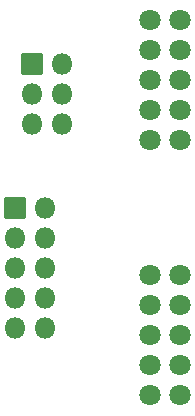
<source format=gbr>
G04 #@! TF.GenerationSoftware,KiCad,Pcbnew,(6.0.0)*
G04 #@! TF.CreationDate,2022-01-07T01:25:47-05:00*
G04 #@! TF.ProjectId,SKR-Mini_Screen,534b522d-4d69-46e6-995f-53637265656e,rev?*
G04 #@! TF.SameCoordinates,Original*
G04 #@! TF.FileFunction,Soldermask,Bot*
G04 #@! TF.FilePolarity,Negative*
%FSLAX46Y46*%
G04 Gerber Fmt 4.6, Leading zero omitted, Abs format (unit mm)*
G04 Created by KiCad (PCBNEW (6.0.0)) date 2022-01-07 01:25:47*
%MOMM*%
%LPD*%
G01*
G04 APERTURE LIST*
G04 Aperture macros list*
%AMRoundRect*
0 Rectangle with rounded corners*
0 $1 Rounding radius*
0 $2 $3 $4 $5 $6 $7 $8 $9 X,Y pos of 4 corners*
0 Add a 4 corners polygon primitive as box body*
4,1,4,$2,$3,$4,$5,$6,$7,$8,$9,$2,$3,0*
0 Add four circle primitives for the rounded corners*
1,1,$1+$1,$2,$3*
1,1,$1+$1,$4,$5*
1,1,$1+$1,$6,$7*
1,1,$1+$1,$8,$9*
0 Add four rect primitives between the rounded corners*
20,1,$1+$1,$2,$3,$4,$5,0*
20,1,$1+$1,$4,$5,$6,$7,0*
20,1,$1+$1,$6,$7,$8,$9,0*
20,1,$1+$1,$8,$9,$2,$3,0*%
G04 Aperture macros list end*
%ADD10C,1.802000*%
%ADD11O,1.802000X1.802000*%
%ADD12RoundRect,0.051000X0.850000X0.850000X-0.850000X0.850000X-0.850000X-0.850000X0.850000X-0.850000X0*%
G04 APERTURE END LIST*
D10*
X139700000Y-100965000D03*
X137160000Y-100965000D03*
X139700000Y-98425000D03*
X137160000Y-98425000D03*
X139700000Y-95885000D03*
X137160000Y-95885000D03*
X139700000Y-93345000D03*
X137160000Y-93345000D03*
X139700000Y-90805000D03*
X137160000Y-90805000D03*
X139700000Y-122555000D03*
X137160000Y-122555000D03*
X139700000Y-120015000D03*
X137160000Y-120015000D03*
X139700000Y-117475000D03*
X137160000Y-117475000D03*
X139700000Y-114935000D03*
X137160000Y-114935000D03*
X139700000Y-112395000D03*
X137160000Y-112395000D03*
D11*
X128270000Y-116840000D03*
X125730000Y-116840000D03*
X128270000Y-114300000D03*
X125730000Y-114300000D03*
X128270000Y-111760000D03*
X125730000Y-111760000D03*
X128270000Y-109220000D03*
X125730000Y-109220000D03*
X128270000Y-106680000D03*
D12*
X125730000Y-106680000D03*
D11*
X129673000Y-99568000D03*
X127133000Y-99568000D03*
X129673000Y-97028000D03*
X127133000Y-97028000D03*
X129673000Y-94488000D03*
D12*
X127133000Y-94488000D03*
M02*

</source>
